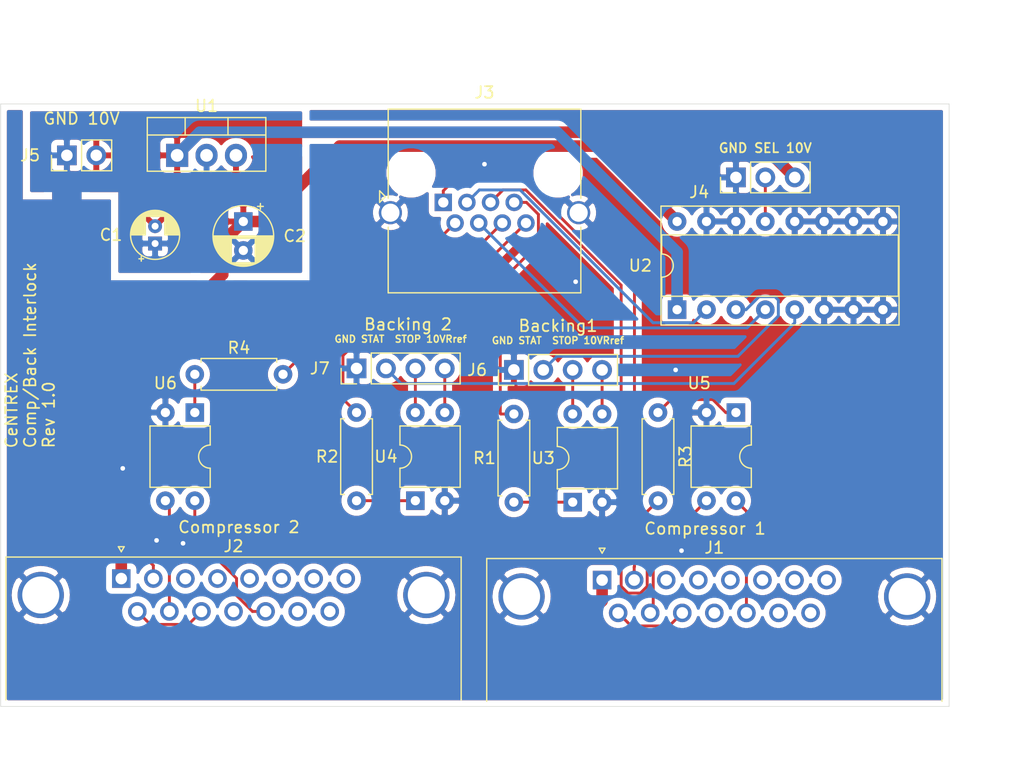
<source format=kicad_pcb>
(kicad_pcb (version 20171130) (host pcbnew "(5.1.4)-1")
  (layers (0 F.Cu signal) (31 B.Cu signal) (34 B.Paste user) (35 F.Paste user) (36 B.SilkS user) (37 F.SilkS user) (38 B.Mask user) (39 F.Mask user) (44 Edge.Cuts user))
  (net 0 "")
  (net 1 GND)
  (net 2 +5V)
  (net 3 "Net-(J1-Pad3)")
  (net 4 "Net-(J1-Pad4)")
  (net 5 "Net-(J1-Pad5)")
  (net 6 "Net-(J1-Pad6)")
  (net 7 "Net-(J1-Pad7)")
  (net 8 "Net-(J1-Pad8)")
  (net 9 "Net-(J1-Pad11)")
  (net 10 "Net-(J1-Pad12)")
  (net 11 "Net-(J1-Pad15)")
  (net 12 "Net-(J2-Pad15)")
  (net 13 "Net-(J2-Pad12)")
  (net 14 "Net-(J2-Pad11)")
  (net 15 "Net-(J2-Pad8)")
  (net 16 "Net-(J2-Pad7)")
  (net 17 "Net-(J2-Pad6)")
  (net 18 "Net-(J2-Pad5)")
  (net 19 "Net-(J2-Pad4)")
  (net 20 "Net-(J2-Pad3)")
  (net 21 +10V)
  (net 22 "Net-(J1-Pad14)")
  (net 23 /Compressor1_remoteinterlock)
  (net 24 /Compressor1_24Vreturn)
  (net 25 Compressor1_active)
  (net 26 "Net-(J2-Pad14)")
  (net 27 /Compressor2_24Vreturn)
  (net 28 Compressor2_active)
  (net 29 Backing2_interlock)
  (net 30 Compressor2_interlock)
  (net 31 Backing2_active)
  (net 32 Backing1_interlock)
  (net 33 Compressor1_interlock)
  (net 34 Backing1_active)
  (net 35 /Backing1_10Vreference)
  (net 36 Backing1_status)
  (net 37 /Backing1_pin3)
  (net 38 /Backing2_10Vreference)
  (net 39 Backing2_status)
  (net 40 /Backing2_pin3)
  (net 41 "Net-(R1-Pad1)")
  (net 42 "Net-(R2-Pad1)")
  (net 43 "Net-(R3-Pad1)")
  (net 44 "Net-(R4-Pad1)")
  (net 45 /select)
  (net 46 /Compressor2_remoteinterlock)
  (module Package_DIP:DIP-4_W7.62mm (layer F.Cu) (at 144.145 108.585 270)
    (fp_text reference U5 (at -2.54 3.175) (layer F.SilkS))
    (fp_text value TLP222A)
    (pad 4 thru_hole oval (at 7.62 0 270) (size 1.6 1.6) (drill 0.8) (layers *.Cu *.Mask) (net 23 /Compressor1_remoteinterlock))
    (pad 2 thru_hole oval (at 0 2.54 270) (size 1.6 1.6) (drill 0.8) (layers *.Cu *.Mask) (net 1 GND))
    (pad 3 thru_hole oval (at 7.62 2.54 270) (size 1.6 1.6) (drill 0.8) (layers *.Cu *.Mask) (net 24 /Compressor1_24Vreturn))
    (pad 1 thru_hole rect (at 0 0 270) (size 1.6 1.6) (drill 0.8) (layers *.Cu *.Mask) (net 43 "Net-(R3-Pad1)"))
  )
  (module Resistor_THT:R_Axial_DIN0207_L6.3mm_D2.5mm_P7.62mm_Horizontal (layer F.Cu) (at 137.414 108.585 270)
    (fp_text reference R3 (at 3.81 -2.37 90) (layer F.SilkS))
    (fp_text value 1.2K)
    (pad 2 thru_hole oval (at 7.62 0 270) (size 1.6 1.6) (drill 0.8) (layers *.Cu *.Mask) (net 33 Compressor1_interlock))
    (pad 1 thru_hole circle (at 0 0 270) (size 1.6 1.6) (drill 0.8) (layers *.Cu *.Mask) (net 43 "Net-(R3-Pad1)"))
  )
  (module Connector_RJ:RJ45_Amphenol_RJHSE5380 (layer F.Cu) (at 118.872 90.424)
    (fp_text reference J3 (at 3.56 -9.5 180) (layer F.SilkS))
    (fp_text value RJ45_Shielded)
    (pad SH thru_hole circle (at -4.57 0.89) (size 2 2) (drill 1.57) (layers *.Cu *.Mask) (net 1 GND))
    (pad SH thru_hole circle (at 11.69 0.89) (size 2 2) (drill 1.57) (layers *.Cu *.Mask) (net 1 GND))
    (pad "" np_thru_hole circle (at 9.91 -2.54) (size 3.25 3.25) (drill 3.25) (layers *.Cu *.Mask))
    (pad "" np_thru_hole circle (at -2.79 -2.54) (size 3.25 3.25) (drill 3.25) (layers *.Cu *.Mask))
    (pad 8 thru_hole circle (at 7.14 1.78) (size 1.5 1.5) (drill 0.89) (layers *.Cu *.Mask) (net 29 Backing2_interlock))
    (pad 6 thru_hole circle (at 5.1 1.78) (size 1.5 1.5) (drill 0.89) (layers *.Cu *.Mask) (net 30 Compressor2_interlock))
    (pad 4 thru_hole circle (at 3.06 1.78) (size 1.5 1.5) (drill 0.89) (layers *.Cu *.Mask) (net 31 Backing2_active))
    (pad 2 thru_hole circle (at 1.02 1.78) (size 1.5 1.5) (drill 0.89) (layers *.Cu *.Mask) (net 28 Compressor2_active))
    (pad 7 thru_hole circle (at 6.12 0) (size 1.5 1.5) (drill 0.89) (layers *.Cu *.Mask) (net 32 Backing1_interlock))
    (pad 5 thru_hole circle (at 4.08 0) (size 1.5 1.5) (drill 0.89) (layers *.Cu *.Mask) (net 33 Compressor1_interlock))
    (pad 3 thru_hole circle (at 2.04 0) (size 1.5 1.5) (drill 0.89) (layers *.Cu *.Mask) (net 34 Backing1_active))
    (pad 1 thru_hole rect (at 0 0) (size 1.5 1.5) (drill 0.89) (layers *.Cu *.Mask) (net 25 Compressor1_active))
  )
  (module Connector_Dsub:DSUB-15_Male_Horizontal_P2.77x2.84mm_EdgePinOffset7.70mm_Housed_MountingHolesOffset9.12mm (layer F.Cu) (at 91.059 122.936)
    (fp_text reference J2 (at 9.695 -2.8) (layer F.SilkS))
    (fp_text value DB15_Male_MountingHoles)
    (pad 0 thru_hole circle (at 26.345 1.42) (size 4 4) (drill 3.2) (layers *.Cu *.Mask) (net 1 GND))
    (pad 0 thru_hole circle (at -6.955 1.42) (size 4 4) (drill 3.2) (layers *.Cu *.Mask) (net 1 GND))
    (pad 15 thru_hole circle (at 18.005 2.84) (size 1.6 1.6) (drill 1) (layers *.Cu *.Mask) (net 12 "Net-(J2-Pad15)"))
    (pad 14 thru_hole circle (at 15.235 2.84) (size 1.6 1.6) (drill 1) (layers *.Cu *.Mask) (net 26 "Net-(J2-Pad14)"))
    (pad 13 thru_hole circle (at 12.465 2.84) (size 1.6 1.6) (drill 1) (layers *.Cu *.Mask) (net 46 /Compressor2_remoteinterlock))
    (pad 12 thru_hole circle (at 9.695 2.84) (size 1.6 1.6) (drill 1) (layers *.Cu *.Mask) (net 13 "Net-(J2-Pad12)"))
    (pad 11 thru_hole circle (at 6.925 2.84) (size 1.6 1.6) (drill 1) (layers *.Cu *.Mask) (net 14 "Net-(J2-Pad11)"))
    (pad 10 thru_hole circle (at 4.155 2.84) (size 1.6 1.6) (drill 1) (layers *.Cu *.Mask) (net 27 /Compressor2_24Vreturn))
    (pad 9 thru_hole circle (at 1.385 2.84) (size 1.6 1.6) (drill 1) (layers *.Cu *.Mask) (net 14 "Net-(J2-Pad11)"))
    (pad 8 thru_hole circle (at 19.39 0) (size 1.6 1.6) (drill 1) (layers *.Cu *.Mask) (net 15 "Net-(J2-Pad8)"))
    (pad 7 thru_hole circle (at 16.62 0) (size 1.6 1.6) (drill 1) (layers *.Cu *.Mask) (net 16 "Net-(J2-Pad7)"))
    (pad 6 thru_hole circle (at 13.85 0) (size 1.6 1.6) (drill 1) (layers *.Cu *.Mask) (net 17 "Net-(J2-Pad6)"))
    (pad 5 thru_hole circle (at 11.08 0) (size 1.6 1.6) (drill 1) (layers *.Cu *.Mask) (net 18 "Net-(J2-Pad5)"))
    (pad 4 thru_hole circle (at 8.31 0) (size 1.6 1.6) (drill 1) (layers *.Cu *.Mask) (net 19 "Net-(J2-Pad4)"))
    (pad 3 thru_hole circle (at 5.54 0) (size 1.6 1.6) (drill 1) (layers *.Cu *.Mask) (net 20 "Net-(J2-Pad3)"))
    (pad 2 thru_hole circle (at 2.77 0) (size 1.6 1.6) (drill 1) (layers *.Cu *.Mask) (net 28 Compressor2_active))
    (pad 1 thru_hole rect (at 0 0) (size 1.6 1.6) (drill 1) (layers *.Cu *.Mask) (net 2 +5V))
  )
  (module Connector_Dsub:DSUB-15_Male_Horizontal_P2.77x2.84mm_EdgePinOffset7.70mm_Housed_MountingHolesOffset9.12mm (layer F.Cu) (at 132.588 123.063)
    (fp_text reference J1 (at 9.695 -2.8) (layer F.SilkS))
    (fp_text value DB15_Male_MountingHoles)
    (pad 0 thru_hole circle (at 26.345 1.42) (size 4 4) (drill 3.2) (layers *.Cu *.Mask) (net 1 GND))
    (pad 0 thru_hole circle (at -6.955 1.42) (size 4 4) (drill 3.2) (layers *.Cu *.Mask) (net 1 GND))
    (pad 15 thru_hole circle (at 18.005 2.84) (size 1.6 1.6) (drill 1) (layers *.Cu *.Mask) (net 11 "Net-(J1-Pad15)"))
    (pad 14 thru_hole circle (at 15.235 2.84) (size 1.6 1.6) (drill 1) (layers *.Cu *.Mask) (net 22 "Net-(J1-Pad14)"))
    (pad 13 thru_hole circle (at 12.465 2.84) (size 1.6 1.6) (drill 1) (layers *.Cu *.Mask) (net 23 /Compressor1_remoteinterlock))
    (pad 12 thru_hole circle (at 9.695 2.84) (size 1.6 1.6) (drill 1) (layers *.Cu *.Mask) (net 10 "Net-(J1-Pad12)"))
    (pad 11 thru_hole circle (at 6.925 2.84) (size 1.6 1.6) (drill 1) (layers *.Cu *.Mask) (net 9 "Net-(J1-Pad11)"))
    (pad 10 thru_hole circle (at 4.155 2.84) (size 1.6 1.6) (drill 1) (layers *.Cu *.Mask) (net 24 /Compressor1_24Vreturn))
    (pad 9 thru_hole circle (at 1.385 2.84) (size 1.6 1.6) (drill 1) (layers *.Cu *.Mask) (net 9 "Net-(J1-Pad11)"))
    (pad 8 thru_hole circle (at 19.39 0) (size 1.6 1.6) (drill 1) (layers *.Cu *.Mask) (net 8 "Net-(J1-Pad8)"))
    (pad 7 thru_hole circle (at 16.62 0) (size 1.6 1.6) (drill 1) (layers *.Cu *.Mask) (net 7 "Net-(J1-Pad7)"))
    (pad 6 thru_hole circle (at 13.85 0) (size 1.6 1.6) (drill 1) (layers *.Cu *.Mask) (net 6 "Net-(J1-Pad6)"))
    (pad 5 thru_hole circle (at 11.08 0) (size 1.6 1.6) (drill 1) (layers *.Cu *.Mask) (net 5 "Net-(J1-Pad5)"))
    (pad 4 thru_hole circle (at 8.31 0) (size 1.6 1.6) (drill 1) (layers *.Cu *.Mask) (net 4 "Net-(J1-Pad4)"))
    (pad 3 thru_hole circle (at 5.54 0) (size 1.6 1.6) (drill 1) (layers *.Cu *.Mask) (net 3 "Net-(J1-Pad3)"))
    (pad 2 thru_hole circle (at 2.77 0) (size 1.6 1.6) (drill 1) (layers *.Cu *.Mask) (net 25 Compressor1_active))
    (pad 1 thru_hole rect (at 0 0) (size 1.6 1.6) (drill 1) (layers *.Cu *.Mask) (net 2 +5V))
  )
  (module Package_DIP:DIP-4_W7.62mm (layer F.Cu) (at 97.409 108.585 270)
    (fp_text reference U6 (at -2.54 2.54) (layer F.SilkS))
    (fp_text value TLP222A)
    (pad 4 thru_hole oval (at 7.62 0 270) (size 1.6 1.6) (drill 0.8) (layers *.Cu *.Mask) (net 46 /Compressor2_remoteinterlock))
    (pad 2 thru_hole oval (at 0 2.54 270) (size 1.6 1.6) (drill 0.8) (layers *.Cu *.Mask) (net 1 GND))
    (pad 3 thru_hole oval (at 7.62 2.54 270) (size 1.6 1.6) (drill 0.8) (layers *.Cu *.Mask) (net 27 /Compressor2_24Vreturn))
    (pad 1 thru_hole rect (at 0 0 270) (size 1.6 1.6) (drill 0.8) (layers *.Cu *.Mask) (net 44 "Net-(R4-Pad1)"))
  )
  (module Package_DIP:DIP-4_W7.62mm (layer F.Cu) (at 116.459 116.205 90)
    (fp_text reference U4 (at 3.81 -2.54 180) (layer F.SilkS))
    (fp_text value TLP222A)
    (pad 4 thru_hole oval (at 7.62 0 90) (size 1.6 1.6) (drill 0.8) (layers *.Cu *.Mask) (net 40 /Backing2_pin3))
    (pad 2 thru_hole oval (at 0 2.54 90) (size 1.6 1.6) (drill 0.8) (layers *.Cu *.Mask) (net 1 GND))
    (pad 3 thru_hole oval (at 7.62 2.54 90) (size 1.6 1.6) (drill 0.8) (layers *.Cu *.Mask) (net 38 /Backing2_10Vreference))
    (pad 1 thru_hole rect (at 0 0 90) (size 1.6 1.6) (drill 0.8) (layers *.Cu *.Mask) (net 42 "Net-(R2-Pad1)"))
  )
  (module Package_DIP:DIP-4_W7.62mm (layer F.Cu) (at 130.048 116.332 90)
    (fp_text reference U3 (at 3.81 -2.54 180) (layer F.SilkS))
    (fp_text value TLP222A)
    (pad 4 thru_hole oval (at 7.62 0 90) (size 1.6 1.6) (drill 0.8) (layers *.Cu *.Mask) (net 37 /Backing1_pin3))
    (pad 2 thru_hole oval (at 0 2.54 90) (size 1.6 1.6) (drill 0.8) (layers *.Cu *.Mask) (net 1 GND))
    (pad 3 thru_hole oval (at 7.62 2.54 90) (size 1.6 1.6) (drill 0.8) (layers *.Cu *.Mask) (net 35 /Backing1_10Vreference))
    (pad 1 thru_hole rect (at 0 0 90) (size 1.6 1.6) (drill 0.8) (layers *.Cu *.Mask) (net 41 "Net-(R1-Pad1)"))
  )
  (module Package_DIP:DIP-16_W7.62mm_Socket (layer F.Cu) (at 139.065 99.695 90)
    (fp_text reference U2 (at 3.81 -3.175 180) (layer F.SilkS))
    (fp_text value 4504)
    (pad 16 thru_hole oval (at 7.62 0 90) (size 1.6 1.6) (drill 0.8) (layers *.Cu *.Mask) (net 2 +5V))
    (pad 8 thru_hole oval (at 0 17.78 90) (size 1.6 1.6) (drill 0.8) (layers *.Cu *.Mask) (net 1 GND))
    (pad 15 thru_hole oval (at 7.62 2.54 90) (size 1.6 1.6) (drill 0.8) (layers *.Cu *.Mask) (net 1 GND))
    (pad 7 thru_hole oval (at 0 15.24 90) (size 1.6 1.6) (drill 0.8) (layers *.Cu *.Mask) (net 1 GND))
    (pad 14 thru_hole oval (at 7.62 5.08 90) (size 1.6 1.6) (drill 0.8) (layers *.Cu *.Mask) (net 1 GND))
    (pad 6 thru_hole oval (at 0 12.7 90) (size 1.6 1.6) (drill 0.8) (layers *.Cu *.Mask) (net 1 GND))
    (pad 13 thru_hole oval (at 7.62 7.62 90) (size 1.6 1.6) (drill 0.8) (layers *.Cu *.Mask) (net 45 /select))
    (pad 5 thru_hole oval (at 0 10.16 90) (size 1.6 1.6) (drill 0.8) (layers *.Cu *.Mask) (net 39 Backing2_status))
    (pad 12 thru_hole oval (at 7.62 10.16 90) (size 1.6 1.6) (drill 0.8) (layers *.Cu *.Mask) (net 1 GND))
    (pad 4 thru_hole oval (at 0 7.62 90) (size 1.6 1.6) (drill 0.8) (layers *.Cu *.Mask) (net 31 Backing2_active))
    (pad 11 thru_hole oval (at 7.62 12.7 90) (size 1.6 1.6) (drill 0.8) (layers *.Cu *.Mask) (net 1 GND))
    (pad 3 thru_hole oval (at 0 5.08 90) (size 1.6 1.6) (drill 0.8) (layers *.Cu *.Mask) (net 36 Backing1_status))
    (pad 10 thru_hole oval (at 7.62 15.24 90) (size 1.6 1.6) (drill 0.8) (layers *.Cu *.Mask) (net 1 GND))
    (pad 2 thru_hole oval (at 0 2.54 90) (size 1.6 1.6) (drill 0.8) (layers *.Cu *.Mask) (net 34 Backing1_active))
    (pad 9 thru_hole oval (at 7.62 17.78 90) (size 1.6 1.6) (drill 0.8) (layers *.Cu *.Mask) (net 1 GND))
    (pad 1 thru_hole rect (at 0 0 90) (size 1.6 1.6) (drill 0.8) (layers *.Cu *.Mask) (net 21 +10V))
  )
  (module Package_TO_SOT_THT:TO-220-3_Vertical (layer F.Cu) (at 95.885 86.36)
    (fp_text reference U1 (at 2.54 -4.27) (layer F.SilkS))
    (fp_text value LM7805_TO220)
    (pad 3 thru_hole oval (at 5.08 0) (size 1.905 2) (drill 1.1) (layers *.Cu *.Mask) (net 2 +5V))
    (pad 2 thru_hole oval (at 2.54 0) (size 1.905 2) (drill 1.1) (layers *.Cu *.Mask) (net 1 GND))
    (pad 1 thru_hole rect (at 0 0) (size 1.905 2) (drill 1.1) (layers *.Cu *.Mask) (net 21 +10V))
  )
  (module Resistor_THT:R_Axial_DIN0207_L6.3mm_D2.5mm_P7.62mm_Horizontal (layer F.Cu) (at 97.409 105.283)
    (fp_text reference R4 (at 3.81 -2.286 -180) (layer F.SilkS))
    (fp_text value 1.2K)
    (pad 2 thru_hole oval (at 7.62 0) (size 1.6 1.6) (drill 0.8) (layers *.Cu *.Mask) (net 30 Compressor2_interlock))
    (pad 1 thru_hole circle (at 0 0) (size 1.6 1.6) (drill 0.8) (layers *.Cu *.Mask) (net 44 "Net-(R4-Pad1)"))
  )
  (module Resistor_THT:R_Axial_DIN0207_L6.3mm_D2.5mm_P7.62mm_Horizontal (layer F.Cu) (at 111.379 116.205 90)
    (fp_text reference R2 (at 3.81 -2.54 180) (layer F.SilkS))
    (fp_text value 1.2K)
    (pad 2 thru_hole oval (at 7.62 0 90) (size 1.6 1.6) (drill 0.8) (layers *.Cu *.Mask) (net 29 Backing2_interlock))
    (pad 1 thru_hole circle (at 0 0 90) (size 1.6 1.6) (drill 0.8) (layers *.Cu *.Mask) (net 42 "Net-(R2-Pad1)"))
  )
  (module Resistor_THT:R_Axial_DIN0207_L6.3mm_D2.5mm_P7.62mm_Horizontal (layer F.Cu) (at 124.968 116.332 90)
    (fp_text reference R1 (at 3.81 -2.54 180) (layer F.SilkS))
    (fp_text value 1.2K)
    (pad 2 thru_hole oval (at 7.62 0 90) (size 1.6 1.6) (drill 0.8) (layers *.Cu *.Mask) (net 32 Backing1_interlock))
    (pad 1 thru_hole circle (at 0 0 90) (size 1.6 1.6) (drill 0.8) (layers *.Cu *.Mask) (net 41 "Net-(R1-Pad1)"))
  )
  (module Connector_PinHeader_2.54mm:PinHeader_1x04_P2.54mm_Vertical (layer F.Cu) (at 111.379 104.775 90)
    (fp_text reference J7 (at 0 -3.175 180) (layer F.SilkS))
    (fp_text value Conn_01x04)
    (pad 4 thru_hole oval (at 0 7.62 90) (size 1.7 1.7) (drill 1) (layers *.Cu *.Mask) (net 38 /Backing2_10Vreference))
    (pad 3 thru_hole oval (at 0 5.08 90) (size 1.7 1.7) (drill 1) (layers *.Cu *.Mask) (net 40 /Backing2_pin3))
    (pad 2 thru_hole oval (at 0 2.54 90) (size 1.7 1.7) (drill 1) (layers *.Cu *.Mask) (net 39 Backing2_status))
    (pad 1 thru_hole rect (at 0 0 90) (size 1.7 1.7) (drill 1) (layers *.Cu *.Mask) (net 1 GND))
  )
  (module Connector_PinHeader_2.54mm:PinHeader_1x04_P2.54mm_Vertical (layer F.Cu) (at 124.968 104.902 90)
    (fp_text reference J6 (at 0 -3.175 180) (layer F.SilkS))
    (fp_text value Conn_01x04)
    (pad 4 thru_hole oval (at 0 7.62 90) (size 1.7 1.7) (drill 1) (layers *.Cu *.Mask) (net 35 /Backing1_10Vreference))
    (pad 3 thru_hole oval (at 0 5.08 90) (size 1.7 1.7) (drill 1) (layers *.Cu *.Mask) (net 37 /Backing1_pin3))
    (pad 2 thru_hole oval (at 0 2.54 90) (size 1.7 1.7) (drill 1) (layers *.Cu *.Mask) (net 36 Backing1_status))
    (pad 1 thru_hole rect (at 0 0 90) (size 1.7 1.7) (drill 1) (layers *.Cu *.Mask) (net 1 GND))
  )
  (module Connector_PinHeader_2.54mm:PinHeader_1x02_P2.54mm_Vertical (layer F.Cu) (at 86.36 86.36 90)
    (fp_text reference J5 (at 0 -3.175) (layer F.SilkS))
    (fp_text value Conn_01x02)
    (pad 2 thru_hole oval (at 0 2.54 90) (size 1.7 1.7) (drill 1) (layers *.Cu *.Mask) (net 21 +10V))
    (pad 1 thru_hole rect (at 0 0 90) (size 1.7 1.7) (drill 1) (layers *.Cu *.Mask) (net 1 GND))
  )
  (module Connector_PinHeader_2.54mm:PinHeader_1x03_P2.54mm_Vertical (layer F.Cu) (at 144.145 88.265 90)
    (fp_text reference J4 (at -1.27 -3.175 180) (layer F.SilkS))
    (fp_text value Conn_01x03)
    (pad 3 thru_hole oval (at 0 5.08 90) (size 1.7 1.7) (drill 1) (layers *.Cu *.Mask) (net 21 +10V))
    (pad 2 thru_hole oval (at 0 2.54 90) (size 1.7 1.7) (drill 1) (layers *.Cu *.Mask) (net 45 /select))
    (pad 1 thru_hole rect (at 0 0 90) (size 1.7 1.7) (drill 1) (layers *.Cu *.Mask) (net 1 GND))
  )
  (module Capacitor_THT:CP_Radial_D5.0mm_P2.50mm (layer F.Cu) (at 101.6 92.075 270)
    (fp_text reference C2 (at 1.25 -4.445) (layer F.SilkS))
    (fp_text value 0.1muF)
    (pad 2 thru_hole circle (at 2.5 0 270) (size 1.6 1.6) (drill 0.8) (layers *.Cu *.Mask) (net 1 GND))
    (pad 1 thru_hole rect (at 0 0 270) (size 1.6 1.6) (drill 0.8) (layers *.Cu *.Mask) (net 2 +5V))
  )
  (module Capacitor_THT:CP_Radial_D4.0mm_P1.50mm (layer F.Cu) (at 93.98 93.98 90)
    (fp_text reference C1 (at 0.75 -3.81 180) (layer F.SilkS))
    (fp_text value 0.33muF)
    (pad 2 thru_hole circle (at 1.5 0 90) (size 1.2 1.2) (drill 0.6) (layers *.Cu *.Mask) (net 21 +10V))
    (pad 1 thru_hole rect (at 0 0 90) (size 1.2 1.2) (drill 0.6) (layers *.Cu *.Mask) (net 1 GND))
  )
  (gr_line (start 162.56 81.915) (end 162.56 133.985) (layer Edge.Cuts) (width 0.05))
  (gr_line (start 80.645 81.915) (end 162.56 81.915) (layer Edge.Cuts) (width 0.05))
  (gr_line (start 80.645 133.985) (end 80.645 81.915) (layer Edge.Cuts) (width 0.05))
  (gr_line (start 162.56 133.985) (end 80.645 133.985) (layer Edge.Cuts) (width 0.05))
  (gr_text "GND SEL 10V" (at 146.685 85.725) (layer F.SilkS) (effects (font (size 0.8 0.8))))
  (gr_text "GND STAT  STOP 10VRref" (at 128.778 102.362) (layer F.SilkS) (effects (font (size 0.6 0.6) (thickness 0.125))))
  (gr_text "CeNTREX\nComp/Back Interlock\nRev 1.0" (at 83.185 111.76 90) (layer F.SilkS) (effects (font (size 1 1)) (justify left)))
  (gr_text "GND 10V" (at 87.63 83.185) (layer F.SilkS) (effects (font (size 1 1))))
  (gr_text "Compressor 2" (at 101.219 118.491) (layer F.SilkS) (effects (font (size 1 1))))
  (gr_text "Compressor 1" (at 141.478 118.618) (layer F.SilkS) (effects (font (size 1 1))))
  (gr_text "GND STAT  STOP 10VRref" (at 115.189 102.235) (layer F.SilkS) (effects (font (size 0.6 0.6) (thickness 0.125))))
  (gr_text Backing1 (at 128.778 101.092) (layer F.SilkS) (effects (font (size 1 1))))
  (gr_text "Backing 2" (at 115.824 100.965) (layer F.SilkS) (effects (font (size 1 1))))
  (via (at 91.186 113.411) (size 0.8) (drill 0.4) (layers F.Cu B.Cu) (net 1))
  (via (at 139.446 120.523) (size 0.8) (drill 0.4) (layers F.Cu B.Cu) (net 1))
  (via (at 94.107 119.634) (size 0.8) (drill 0.4) (layers F.Cu B.Cu) (net 1))
  (via (at 96.393 119.888) (size 0.8) (drill 0.4) (layers F.Cu B.Cu) (net 1))
  (via (at 122.428 87.122) (size 0.8) (drill 0.4) (layers F.Cu B.Cu) (net 1))
  (via (at 138.938 104.902) (size 0.8) (drill 0.4) (layers F.Cu B.Cu) (net 1))
  (via (at 130.302 97.282) (size 0.8) (drill 0.4) (layers F.Cu B.Cu) (net 1))
  (segment (start 101.6 92.075) (end 99.822 93.853) (width 1) (layer F.Cu) (net 2))
  (segment (start 99.822 93.853) (end 99.822 96.647) (width 1) (layer F.Cu) (net 2))
  (segment (start 99.822 96.647) (end 88.773 107.696) (width 1) (layer F.Cu) (net 2))
  (segment (start 103.4 92.075) (end 101.6 92.075) (width 1) (layer F.Cu) (net 2))
  (segment (start 109.916001 85.558999) (end 103.4 92.075) (width 1) (layer F.Cu) (net 2))
  (segment (start 132.548999 85.558999) (end 109.916001 85.558999) (width 1) (layer F.Cu) (net 2))
  (segment (start 139.065 92.075) (end 132.548999 85.558999) (width 1) (layer F.Cu) (net 2))
  (segment (start 88.773 118.85) (end 88.773 115.824) (width 1) (layer F.Cu) (net 2))
  (segment (start 91.059 121.136) (end 88.773 118.85) (width 1) (layer F.Cu) (net 2))
  (segment (start 91.059 122.936) (end 91.059 121.136) (width 1) (layer F.Cu) (net 2))
  (segment (start 88.773 107.696) (end 88.773 115.824) (width 1) (layer F.Cu) (net 2))
  (segment (start 132.588 124.863) (end 132.588 123.063) (width 1) (layer F.Cu) (net 2))
  (segment (start 129.724989 127.726011) (end 132.588 124.863) (width 1) (layer F.Cu) (net 2))
  (segment (start 91.023011 127.726011) (end 129.724989 127.726011) (width 1) (layer F.Cu) (net 2))
  (segment (start 88.773 125.476) (end 91.023011 127.726011) (width 1) (layer F.Cu) (net 2))
  (segment (start 88.773 115.824) (end 88.773 125.476) (width 1) (layer F.Cu) (net 2))
  (segment (start 134.772999 126.702999) (end 133.973 125.903) (width 0.25) (layer F.Cu) (net 9))
  (segment (start 135.098001 127.028001) (end 134.772999 126.702999) (width 0.25) (layer F.Cu) (net 9))
  (segment (start 138.387999 127.028001) (end 135.098001 127.028001) (width 0.25) (layer F.Cu) (net 9))
  (segment (start 139.513 125.903) (end 138.387999 127.028001) (width 0.25) (layer F.Cu) (net 9))
  (segment (start 93.243999 126.575999) (end 92.444 125.776) (width 0.25) (layer F.Cu) (net 14))
  (segment (start 93.569001 126.901001) (end 93.243999 126.575999) (width 0.25) (layer F.Cu) (net 14))
  (segment (start 96.858999 126.901001) (end 93.569001 126.901001) (width 0.25) (layer F.Cu) (net 14))
  (segment (start 97.984 125.776) (end 96.858999 126.901001) (width 0.25) (layer F.Cu) (net 14))
  (segment (start 95.885 86.3125) (end 95.885 86.36) (width 1) (layer F.Cu) (net 21))
  (segment (start 97.838511 84.358989) (end 95.885 86.3125) (width 1) (layer F.Cu) (net 21))
  (segment (start 145.318989 84.358989) (end 97.838511 84.358989) (width 1) (layer F.Cu) (net 21))
  (segment (start 149.225 88.265) (end 145.318989 84.358989) (width 1) (layer F.Cu) (net 21))
  (segment (start 95.885 86.3125) (end 95.885 86.36) (width 1) (layer B.Cu) (net 21))
  (segment (start 97.8375 84.36) (end 95.885 86.3125) (width 1) (layer B.Cu) (net 21))
  (segment (start 128.699002 84.36) (end 97.8375 84.36) (width 1) (layer B.Cu) (net 21))
  (segment (start 139.065 94.725998) (end 128.699002 84.36) (width 1) (layer B.Cu) (net 21))
  (segment (start 139.065 99.695) (end 139.065 94.725998) (width 1) (layer B.Cu) (net 21))
  (segment (start 145.053 117.113) (end 144.145 116.205) (width 0.25) (layer F.Cu) (net 23))
  (segment (start 145.053 125.903) (end 145.053 117.113) (width 0.25) (layer F.Cu) (net 23))
  (segment (start 140.805001 117.004999) (end 141.605 116.205) (width 0.25) (layer F.Cu) (net 24))
  (segment (start 137.002999 120.807001) (end 140.805001 117.004999) (width 0.25) (layer F.Cu) (net 24))
  (segment (start 137.002999 125.643001) (end 137.002999 120.807001) (width 0.25) (layer F.Cu) (net 24))
  (segment (start 136.743 125.903) (end 137.002999 125.643001) (width 0.25) (layer F.Cu) (net 24))
  (segment (start 135.358 121.93163) (end 135.382 121.90763) (width 0.25) (layer F.Cu) (net 25))
  (segment (start 135.358 123.063) (end 135.358 121.93163) (width 0.25) (layer F.Cu) (net 25))
  (segment (start 135.382 98.095002) (end 125.678998 88.392) (width 0.25) (layer F.Cu) (net 25))
  (segment (start 135.382 121.90763) (end 135.382 98.095002) (width 0.25) (layer F.Cu) (net 25))
  (segment (start 118.872 89.424) (end 118.872 90.424) (width 0.25) (layer F.Cu) (net 25))
  (segment (start 119.904 88.392) (end 118.872 89.424) (width 0.25) (layer F.Cu) (net 25))
  (segment (start 125.678998 88.392) (end 119.904 88.392) (width 0.25) (layer F.Cu) (net 25))
  (segment (start 95.214 116.55) (end 94.869 116.205) (width 0.25) (layer F.Cu) (net 27))
  (segment (start 95.214 125.776) (end 95.214 116.55) (width 0.25) (layer F.Cu) (net 27))
  (segment (start 93.829 121.80463) (end 93.091 121.06663) (width 0.25) (layer F.Cu) (net 28))
  (segment (start 93.829 122.936) (end 93.829 121.80463) (width 0.25) (layer F.Cu) (net 28))
  (segment (start 93.091 121.06663) (end 93.091 107.188) (width 0.25) (layer F.Cu) (net 28))
  (segment (start 93.091 107.188) (end 102.362 97.917) (width 0.25) (layer F.Cu) (net 28))
  (segment (start 114.179 97.917) (end 119.892 92.204) (width 0.25) (layer F.Cu) (net 28))
  (segment (start 102.362 97.917) (end 114.179 97.917) (width 0.25) (layer F.Cu) (net 28))
  (segment (start 110.203999 103.664999) (end 111.506998 102.362) (width 0.25) (layer F.Cu) (net 29))
  (segment (start 111.379 108.585) (end 110.203999 107.409999) (width 0.25) (layer F.Cu) (net 29))
  (segment (start 110.203999 107.409999) (end 110.203999 103.664999) (width 0.25) (layer F.Cu) (net 29))
  (segment (start 115.854 102.362) (end 126.012 92.204) (width 0.25) (layer F.Cu) (net 29))
  (segment (start 111.506998 102.362) (end 115.854 102.362) (width 0.25) (layer F.Cu) (net 29))
  (segment (start 105.828999 104.483001) (end 105.029 105.283) (width 0.25) (layer F.Cu) (net 30))
  (segment (start 108.40001 101.91199) (end 105.828999 104.483001) (width 0.25) (layer F.Cu) (net 30))
  (segment (start 114.26401 101.91199) (end 108.40001 101.91199) (width 0.25) (layer F.Cu) (net 30))
  (segment (start 123.972 92.204) (end 114.26401 101.91199) (width 0.25) (layer F.Cu) (net 30))
  (segment (start 145.885001 100.494999) (end 146.685 99.695) (width 0.25) (layer B.Cu) (net 31))
  (segment (start 145.109989 101.270011) (end 145.885001 100.494999) (width 0.25) (layer B.Cu) (net 31))
  (segment (start 130.998011 101.270011) (end 145.109989 101.270011) (width 0.25) (layer B.Cu) (net 31))
  (segment (start 121.932 92.204) (end 130.998011 101.270011) (width 0.25) (layer B.Cu) (net 31))
  (segment (start 123.792999 108.668369) (end 123.792999 97.314001) (width 0.25) (layer F.Cu) (net 32))
  (segment (start 124.968 108.712) (end 123.83663 108.712) (width 0.25) (layer F.Cu) (net 32))
  (segment (start 123.83663 108.712) (end 123.792999 108.668369) (width 0.25) (layer F.Cu) (net 32))
  (segment (start 126.05266 90.424) (end 124.992 90.424) (width 0.25) (layer F.Cu) (net 32))
  (segment (start 127.087001 91.458341) (end 126.05266 90.424) (width 0.25) (layer F.Cu) (net 32))
  (segment (start 127.087001 94.019999) (end 127.087001 91.458341) (width 0.25) (layer F.Cu) (net 32))
  (segment (start 123.792999 97.314001) (end 127.087001 94.019999) (width 0.25) (layer F.Cu) (net 32))
  (segment (start 123.701999 89.674001) (end 122.952 90.424) (width 0.25) (layer F.Cu) (net 33))
  (segment (start 124.027001 89.348999) (end 123.701999 89.674001) (width 0.25) (layer F.Cu) (net 33))
  (segment (start 134.232999 97.582411) (end 125.999587 89.348999) (width 0.25) (layer F.Cu) (net 33))
  (segment (start 134.232999 123.603001) (end 134.232999 97.582411) (width 0.25) (layer F.Cu) (net 33))
  (segment (start 135.898001 124.188001) (end 134.817999 124.188001) (width 0.25) (layer F.Cu) (net 33))
  (segment (start 136.483001 123.603001) (end 135.898001 124.188001) (width 0.25) (layer F.Cu) (net 33))
  (segment (start 136.483001 117.135999) (end 136.483001 123.603001) (width 0.25) (layer F.Cu) (net 33))
  (segment (start 125.999587 89.348999) (end 124.027001 89.348999) (width 0.25) (layer F.Cu) (net 33))
  (segment (start 134.817999 124.188001) (end 134.232999 123.603001) (width 0.25) (layer F.Cu) (net 33))
  (segment (start 137.414 116.205) (end 136.483001 117.135999) (width 0.25) (layer F.Cu) (net 33))
  (segment (start 121.661999 89.674001) (end 120.912 90.424) (width 0.25) (layer B.Cu) (net 34))
  (segment (start 121.987001 89.348999) (end 121.661999 89.674001) (width 0.25) (layer B.Cu) (net 34))
  (segment (start 125.508001 89.348999) (end 121.987001 89.348999) (width 0.25) (layer B.Cu) (net 34))
  (segment (start 136.979003 100.820001) (end 125.508001 89.348999) (width 0.25) (layer B.Cu) (net 34))
  (segment (start 140.479999 100.820001) (end 136.979003 100.820001) (width 0.25) (layer B.Cu) (net 34))
  (segment (start 141.605 99.695) (end 140.479999 100.820001) (width 0.25) (layer B.Cu) (net 34))
  (segment (start 132.588 108.712) (end 132.588 104.902) (width 0.25) (layer F.Cu) (net 35))
  (segment (start 128.357999 104.052001) (end 127.508 104.902) (width 0.25) (layer B.Cu) (net 36))
  (segment (start 128.683001 103.726999) (end 128.357999 104.052001) (width 0.25) (layer B.Cu) (net 36))
  (segment (start 144.318003 103.726999) (end 128.683001 103.726999) (width 0.25) (layer B.Cu) (net 36))
  (segment (start 147.810001 100.235001) (end 144.318003 103.726999) (width 0.25) (layer B.Cu) (net 36))
  (segment (start 147.810001 98.865001) (end 147.810001 100.235001) (width 0.25) (layer B.Cu) (net 36))
  (segment (start 147.514999 98.569999) (end 147.810001 98.865001) (width 0.25) (layer B.Cu) (net 36))
  (segment (start 146.144999 98.569999) (end 147.514999 98.569999) (width 0.25) (layer B.Cu) (net 36))
  (segment (start 145.019998 99.695) (end 146.144999 98.569999) (width 0.25) (layer B.Cu) (net 36))
  (segment (start 144.145 99.695) (end 145.019998 99.695) (width 0.25) (layer B.Cu) (net 36))
  (segment (start 130.048 108.712) (end 130.048 104.902) (width 0.25) (layer F.Cu) (net 37))
  (segment (start 118.999 108.585) (end 118.999 104.775) (width 0.25) (layer F.Cu) (net 38))
  (segment (start 114.768999 105.624999) (end 113.919 104.775) (width 0.25) (layer B.Cu) (net 39))
  (segment (start 115.221001 106.077001) (end 114.768999 105.624999) (width 0.25) (layer B.Cu) (net 39))
  (segment (start 143.974369 106.077001) (end 115.221001 106.077001) (width 0.25) (layer B.Cu) (net 39))
  (segment (start 149.225 100.82637) (end 143.974369 106.077001) (width 0.25) (layer B.Cu) (net 39))
  (segment (start 149.225 99.695) (end 149.225 100.82637) (width 0.25) (layer B.Cu) (net 39))
  (segment (start 116.459 108.585) (end 116.459 104.775) (width 0.25) (layer F.Cu) (net 40))
  (segment (start 130.048 116.332) (end 124.968 116.332) (width 0.25) (layer F.Cu) (net 41))
  (segment (start 111.379 116.205) (end 116.459 116.205) (width 0.25) (layer F.Cu) (net 42))
  (segment (start 138.213999 107.785001) (end 137.414 108.585) (width 0.25) (layer F.Cu) (net 43))
  (segment (start 138.539001 107.459999) (end 138.213999 107.785001) (width 0.25) (layer F.Cu) (net 43))
  (segment (start 142.145001 107.459999) (end 138.539001 107.459999) (width 0.25) (layer F.Cu) (net 43))
  (segment (start 143.270002 108.585) (end 142.145001 107.459999) (width 0.25) (layer F.Cu) (net 43))
  (segment (start 144.145 108.585) (end 143.270002 108.585) (width 0.25) (layer F.Cu) (net 43))
  (segment (start 97.409 107.535) (end 97.409 105.283) (width 0.25) (layer F.Cu) (net 44))
  (segment (start 97.409 108.585) (end 97.409 107.535) (width 0.25) (layer F.Cu) (net 44))
  (segment (start 146.685 92.075) (end 146.685 88.265) (width 0.25) (layer F.Cu) (net 45))
  (segment (start 102.39263 125.776) (end 103.524 125.776) (width 0.25) (layer F.Cu) (net 46))
  (segment (start 101.013999 124.397369) (end 102.39263 125.776) (width 0.25) (layer F.Cu) (net 46))
  (segment (start 101.013999 122.915997) (end 101.013999 124.397369) (width 0.25) (layer F.Cu) (net 46))
  (segment (start 97.409 119.310998) (end 101.013999 122.915997) (width 0.25) (layer F.Cu) (net 46))
  (segment (start 97.409 116.205) (end 97.409 119.310998) (width 0.25) (layer F.Cu) (net 46))
  (zone (net 1) (net_name GND) (layer B.Cu) (connect_pads (clearance 0.508)) (min_thickness 0.254) (fill yes (arc_segments 16) (thermal_gap 0.508) (thermal_bridge_width 0.508))
    (polygon (pts (xy 106.68 82.55) (xy 106.68 96.52) (xy 90.805 96.52) (xy 90.805 89.535) (xy 83.185 89.535) (xy 83.185 82.55)))
  )
  (zone (net 2) (net_name +5V) (layer F.Cu) (connect_pads (clearance 0.508)) (min_thickness 0.254) (fill yes (arc_segments 16) (thermal_gap 0.508) (thermal_bridge_width 0.508))
    (polygon (pts (xy 106.68 86.36) (xy 97.79 86.36) (xy 97.79 96.52) (xy 106.68 96.52)))
  )
  (zone (net 1) (net_name GND) (layer B.Cu) (connect_pads (clearance 0.508)) (min_thickness 0.254) (fill yes (arc_segments 16) (thermal_gap 0.508) (thermal_bridge_width 0.508))
    (polygon (pts (xy 85.09 88.9) (xy 85.09 91.44) (xy 87.63 91.44) (xy 87.63 88.9)))
  )
  (zone (net 1) (net_name GND) (layer B.Cu) (connect_pads (clearance 0.508)) (min_thickness 0.254) (fill yes (arc_segments 16) (thermal_gap 0.508) (thermal_bridge_width 0.508))
    (polygon (pts (xy 162.56 81.915) (xy 162.56 133.985) (xy 80.645 133.985) (xy 80.645 81.915) (xy 82.55 81.915) (xy 82.55 90.17) (xy 90.17 90.17) (xy 90.17 97.155) (xy 107.315 97.155) (xy 107.315 81.915)))
  )
  (zone (net 1) (net_name GND) (layer F.Cu) (connect_pads (clearance 0.508)) (min_thickness 0.254) (fill yes (arc_segments 16) (thermal_gap 0.508) (thermal_bridge_width 0.508))
    (polygon (pts (xy 162.56 81.915) (xy 162.56 133.985) (xy 80.645 133.985) (xy 80.645 81.915) (xy 82.55 81.915) (xy 82.55 90.17) (xy 90.17 90.17) (xy 90.17 97.155) (xy 107.315 97.155) (xy 107.315 81.915)))
  )
  (zone (net 1) (net_name GND) (layer F.Cu) (connect_pads (clearance 0.508)) (min_thickness 0.254) (fill yes (arc_segments 16) (thermal_gap 0.508) (thermal_bridge_width 0.508))
    (polygon (pts (xy 87.63 91.44) (xy 87.63 85.725) (xy 85.09 85.725) (xy 85.09 91.44)))
  )
  (zone (net 21) (net_name +10V) (layer F.Cu) (connect_pads (clearance 0.508)) (min_thickness 0.254) (fill yes (arc_segments 16) (thermal_gap 0.508) (thermal_bridge_width 0.508))
    (polygon (pts (xy 106.68 85.725) (xy 97.155 85.725) (xy 97.155 96.52) (xy 90.805 96.52) (xy 90.805 89.535) (xy 88.265 89.535) (xy 88.265 85.09) (xy 85.09 85.09) (xy 84.455 85.09) (xy 84.455 89.535) (xy 83.185 89.535) (xy 83.185 82.55) (xy 106.68 82.55)))
  )
)
</source>
